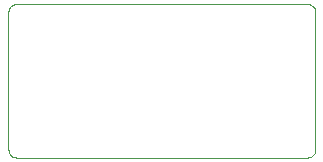
<source format=gko>
G04*
G04 #@! TF.GenerationSoftware,Altium Limited,Altium Designer,22.7.1 (60)*
G04*
G04 Layer_Color=16711935*
%FSLAX43Y43*%
%MOMM*%
G71*
G04*
G04 #@! TF.SameCoordinates,4746692A-FCE4-4093-9A7F-7E88C9008C25*
G04*
G04*
G04 #@! TF.FilePolarity,Positive*
G04*
G01*
G75*
%ADD48C,0.100*%
D48*
X544Y12982D02*
X700Y13000D01*
X396Y12931D02*
X544Y12982D01*
X264Y12847D02*
X396Y12931D01*
X153Y12736D02*
X264Y12847D01*
X69Y12604D02*
X153Y12736D01*
X18Y12456D02*
X69Y12604D01*
X-0Y12300D02*
X18Y12456D01*
X-0Y700D02*
Y12300D01*
Y700D02*
X18Y544D01*
X69Y396D01*
X153Y263D01*
X264Y153D01*
X396Y69D01*
X544Y17D01*
X700Y-0D01*
X25300D01*
X25456Y17D01*
X25604Y69D01*
X25736Y153D01*
X25847Y263D01*
X25931Y396D01*
X25982Y544D01*
X26000Y700D01*
Y12300D01*
X25982Y12456D02*
X26000Y12300D01*
X25931Y12604D02*
X25982Y12456D01*
X25847Y12736D02*
X25931Y12604D01*
X25736Y12847D02*
X25847Y12736D01*
X25604Y12931D02*
X25736Y12847D01*
X25456Y12982D02*
X25604Y12931D01*
X25300Y13000D02*
X25456Y12982D01*
X700Y13000D02*
X25300D01*
M02*

</source>
